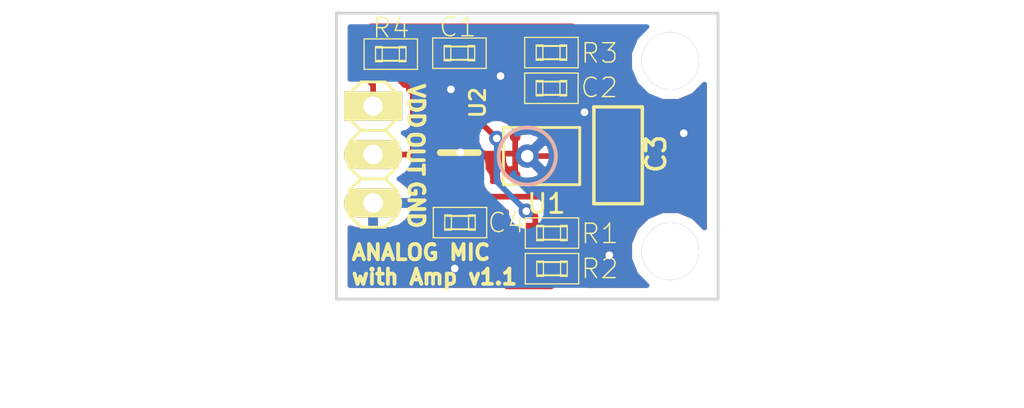
<source format=kicad_pcb>
(kicad_pcb (version 20171130) (host pcbnew "(5.0.2)-1")

  (general
    (thickness 1.6)
    (drawings 16)
    (tracks 128)
    (zones 0)
    (modules 13)
    (nets 8)
  )

  (page A4)
  (title_block
    (title "SPU0410LR5H Board (Analog MEMS MICROPHONE)")
    (date 2019-02-23)
    (rev v1.1)
    (company Crescent)
  )

  (layers
    (0 F.Cu signal)
    (31 B.Cu signal)
    (32 B.Adhes user)
    (33 F.Adhes user)
    (34 B.Paste user)
    (35 F.Paste user)
    (36 B.SilkS user)
    (37 F.SilkS user)
    (38 B.Mask user)
    (39 F.Mask user)
    (40 Dwgs.User user)
    (41 Cmts.User user)
    (42 Eco1.User user)
    (43 Eco2.User user)
    (44 Edge.Cuts user)
    (45 Margin user)
    (46 B.CrtYd user)
    (47 F.CrtYd user)
    (48 B.Fab user)
    (49 F.Fab user)
  )

  (setup
    (last_trace_width 0.3)
    (trace_clearance 0.2)
    (zone_clearance 0.508)
    (zone_45_only no)
    (trace_min 0.2)
    (segment_width 0.2)
    (edge_width 0.15)
    (via_size 0.8)
    (via_drill 0.4)
    (via_min_size 0.4)
    (via_min_drill 0.3)
    (uvia_size 0.3)
    (uvia_drill 0.1)
    (uvias_allowed no)
    (uvia_min_size 0.2)
    (uvia_min_drill 0.1)
    (pcb_text_width 0.3)
    (pcb_text_size 1.5 1.5)
    (mod_edge_width 0.15)
    (mod_text_size 1 1)
    (mod_text_width 0.15)
    (pad_size 1.224 1.224)
    (pad_drill 0.65)
    (pad_to_mask_clearance 0.2)
    (solder_mask_min_width 0.25)
    (aux_axis_origin 0 0)
    (visible_elements 7FFFFF7F)
    (pcbplotparams
      (layerselection 0x010fc_ffffffff)
      (usegerberextensions true)
      (usegerberattributes false)
      (usegerberadvancedattributes false)
      (creategerberjobfile false)
      (excludeedgelayer true)
      (linewidth 0.100000)
      (plotframeref false)
      (viasonmask false)
      (mode 1)
      (useauxorigin false)
      (hpglpennumber 1)
      (hpglpenspeed 20)
      (hpglpendiameter 15.000000)
      (psnegative false)
      (psa4output false)
      (plotreference true)
      (plotvalue true)
      (plotinvisibletext false)
      (padsonsilk false)
      (subtractmaskfromsilk false)
      (outputformat 1)
      (mirror false)
      (drillshape 0)
      (scaleselection 1)
      (outputdirectory "GERBER/"))
  )

  (net 0 "")
  (net 1 VDD)
  (net 2 GND)
  (net 3 "Net-(C1-Pad1)")
  (net 4 MOUT)
  (net 5 "Net-(C2-Pad1)")
  (net 6 SOUT)
  (net 7 "Net-(R3-Pad1)")

  (net_class Default "これは標準のネット クラスです。"
    (clearance 0.2)
    (trace_width 0.3)
    (via_dia 0.8)
    (via_drill 0.4)
    (uvia_dia 0.3)
    (uvia_drill 0.1)
    (add_net GND)
    (add_net MOUT)
    (add_net "Net-(C1-Pad1)")
    (add_net "Net-(C2-Pad1)")
    (add_net "Net-(R3-Pad1)")
    (add_net SOUT)
    (add_net VDD)
  )

  (module Mounting_Holes:MountingHole_3mm (layer F.Cu) (tedit 58F3573A) (tstamp 58F73DE3)
    (at 157.5 116.5)
    (descr "Mounting hole, Befestigungsbohrung, 3mm, No Annular, Kein Restring,")
    (tags "Mounting hole, Befestigungsbohrung, 3mm, No Annular, Kein Restring,")
    (fp_text reference REF2 (at 0 -4.0005) (layer F.SilkS) hide
      (effects (font (size 1 1) (thickness 0.15)))
    )
    (fp_text value MountingHole_3mm (at 1.00076 5.00126) (layer F.Fab) hide
      (effects (font (size 1 1) (thickness 0.15)))
    )
    (fp_circle (center 0 0) (end 3 0) (layer Cmts.User) (width 0.381))
    (pad 1 thru_hole circle (at 0 0) (size 3 3) (drill 3) (layers))
  )

  (module pin-head:pinhead-1X03 (layer F.Cu) (tedit 5C709D68) (tstamp 58F354ED)
    (at 141.92 111.42 270)
    (descr "PIN HEADER")
    (tags "PIN HEADER")
    (path /5C702AE8)
    (attr virtual)
    (fp_text reference P1 (at 4.48 -0.08 180) (layer F.SilkS) hide
      (effects (font (size 1 1) (thickness 0.1)))
    )
    (fp_text value Conn_01x03 (at 0 2.54 270) (layer F.SilkS) hide
      (effects (font (size 1.27 1.27) (thickness 0.1016)))
    )
    (fp_line (start -0.254 0.254) (end 0.254 0.254) (layer F.SilkS) (width 0.06604))
    (fp_line (start 0.254 0.254) (end 0.254 -0.254) (layer F.SilkS) (width 0.06604))
    (fp_line (start -0.254 -0.254) (end 0.254 -0.254) (layer F.SilkS) (width 0.06604))
    (fp_line (start -0.254 0.254) (end -0.254 -0.254) (layer F.SilkS) (width 0.06604))
    (fp_line (start -2.794 0.254) (end -2.286 0.254) (layer F.SilkS) (width 0.06604))
    (fp_line (start -2.286 0.254) (end -2.286 -0.254) (layer F.SilkS) (width 0.06604))
    (fp_line (start -2.794 -0.254) (end -2.286 -0.254) (layer F.SilkS) (width 0.06604))
    (fp_line (start -2.794 0.254) (end -2.794 -0.254) (layer F.SilkS) (width 0.06604))
    (fp_line (start 2.286 0.254) (end 2.794 0.254) (layer F.SilkS) (width 0.06604))
    (fp_line (start 2.794 0.254) (end 2.794 -0.254) (layer F.SilkS) (width 0.06604))
    (fp_line (start 2.286 -0.254) (end 2.794 -0.254) (layer F.SilkS) (width 0.06604))
    (fp_line (start 2.286 0.254) (end 2.286 -0.254) (layer F.SilkS) (width 0.06604))
    (fp_line (start -3.175 -1.27) (end -1.905 -1.27) (layer F.SilkS) (width 0.1524))
    (fp_line (start -1.905 -1.27) (end -1.27 -0.635) (layer F.SilkS) (width 0.1524))
    (fp_line (start -1.27 -0.635) (end -1.27 0.635) (layer F.SilkS) (width 0.1524))
    (fp_line (start -1.27 0.635) (end -1.905 1.27) (layer F.SilkS) (width 0.1524))
    (fp_line (start -1.27 -0.635) (end -0.635 -1.27) (layer F.SilkS) (width 0.1524))
    (fp_line (start -0.635 -1.27) (end 0.635 -1.27) (layer F.SilkS) (width 0.1524))
    (fp_line (start 0.635 -1.27) (end 1.27 -0.635) (layer F.SilkS) (width 0.1524))
    (fp_line (start 1.27 -0.635) (end 1.27 0.635) (layer F.SilkS) (width 0.1524))
    (fp_line (start 1.27 0.635) (end 0.635 1.27) (layer F.SilkS) (width 0.1524))
    (fp_line (start 0.635 1.27) (end -0.635 1.27) (layer F.SilkS) (width 0.1524))
    (fp_line (start -0.635 1.27) (end -1.27 0.635) (layer F.SilkS) (width 0.1524))
    (fp_line (start -3.81 -0.635) (end -3.81 0.635) (layer F.SilkS) (width 0.1524))
    (fp_line (start -3.175 -1.27) (end -3.81 -0.635) (layer F.SilkS) (width 0.1524))
    (fp_line (start -3.81 0.635) (end -3.175 1.27) (layer F.SilkS) (width 0.1524))
    (fp_line (start -1.905 1.27) (end -3.175 1.27) (layer F.SilkS) (width 0.1524))
    (fp_line (start 1.27 -0.635) (end 1.905 -1.27) (layer F.SilkS) (width 0.1524))
    (fp_line (start 1.905 -1.27) (end 3.175 -1.27) (layer F.SilkS) (width 0.1524))
    (fp_line (start 3.175 -1.27) (end 3.81 -0.635) (layer F.SilkS) (width 0.1524))
    (fp_line (start 3.81 -0.635) (end 3.81 0.635) (layer F.SilkS) (width 0.1524))
    (fp_line (start 3.81 0.635) (end 3.175 1.27) (layer F.SilkS) (width 0.1524))
    (fp_line (start 3.175 1.27) (end 1.905 1.27) (layer F.SilkS) (width 0.1524))
    (fp_line (start 1.905 1.27) (end 1.27 0.635) (layer F.SilkS) (width 0.1524))
    (pad 1 thru_hole rect (at -2.54 0 90) (size 1.524 3.048) (drill 1.016) (layers *.Cu *.Paste *.Mask F.SilkS)
      (net 1 VDD))
    (pad 2 thru_hole oval (at 0 0 90) (size 1.524 3.048) (drill 1.016) (layers *.Cu *.Paste *.Mask F.SilkS)
      (net 6 SOUT))
    (pad 3 thru_hole oval (at 2.54 0 90) (size 1.524 3.048) (drill 1.016) (layers *.Cu *.Paste *.Mask F.SilkS)
      (net 2 GND))
  )

  (module SPU0410LR5H:SPU0410LR5H (layer F.Cu) (tedit 5C709A9E) (tstamp 58F354F7)
    (at 150 111.5 270)
    (path /5C7024AA)
    (fp_text reference U1 (at 2.5 -1 180) (layer F.SilkS)
      (effects (font (size 1 1) (thickness 0.15)))
    )
    (fp_text value SPU0410LR5H (at 0.2 -7.6 270) (layer F.Fab) hide
      (effects (font (size 1 1) (thickness 0.15)))
    )
    (fp_line (start -1.5 -2.75) (end 1.5 -2.75) (layer F.SilkS) (width 0.15))
    (fp_line (start 1.5 -2.75) (end 1.5 1.25) (layer F.SilkS) (width 0.15))
    (fp_line (start 1.5 1.25) (end -1.5 1.25) (layer F.SilkS) (width 0.15))
    (fp_line (start -1.5 1.25) (end -1.5 -2.75) (layer F.SilkS) (width 0.15))
    (pad 3 smd circle (at 1.015 0.634 270) (size 0.562 0.562) (layers F.Cu F.Paste F.Mask)
      (net 2 GND))
    (pad 2 smd circle (at -1.015 0.634 270) (size 0.562 0.562) (layers F.Cu F.Paste F.Mask)
      (net 2 GND))
    (pad 4 smd circle (at 0.966 -2.103 270) (size 0.723 0.723) (layers F.Cu F.Paste F.Mask)
      (net 1 VDD))
    (pad 1 smd circle (at -0.966 -2.103 270) (size 0.723 0.723) (layers F.Cu F.Paste F.Mask)
      (net 4 MOUT))
    (pad 6 thru_hole circle (at 0 0 270) (size 1.224 1.224) (drill 0.65) (layers *.Cu F.Paste F.Mask)
      (net 2 GND))
    (pad 5 smd circle (at 0 -2.103 270) (size 0.612 0.612) (layers F.Cu F.Paste F.Mask)
      (net 2 GND))
  )

  (module Mounting_Holes:MountingHole_3mm (layer F.Cu) (tedit 58F35736) (tstamp 58F356F5)
    (at 157.5 106.5)
    (descr "Mounting hole, Befestigungsbohrung, 3mm, No Annular, Kein Restring,")
    (tags "Mounting hole, Befestigungsbohrung, 3mm, No Annular, Kein Restring,")
    (fp_text reference REF1 (at 0 -4.0005) (layer F.SilkS) hide
      (effects (font (size 1 1) (thickness 0.15)))
    )
    (fp_text value MountingHole_3mm (at 1.00076 5.00126) (layer F.Fab) hide
      (effects (font (size 1 1) (thickness 0.15)))
    )
    (fp_circle (center 0 0) (end 3 0) (layer Cmts.User) (width 0.381))
    (pad 1 thru_hole circle (at 0 0) (size 3 3) (drill 3) (layers))
  )

  (module generic:generic-SMD1608 (layer F.Cu) (tedit 5C702684) (tstamp 5C72D5BE)
    (at 151.264 107.94 180)
    (descr "1608M 0603")
    (tags "1608M 0603")
    (path /5C702E6F)
    (attr smd)
    (fp_text reference C2 (at -2.50624 0.03 180) (layer F.SilkS)
      (effects (font (size 1.016 1.016) (thickness 0.0762)))
    )
    (fp_text value 4.7u (at 2.2479 1.14046 180) (layer F.SilkS) hide
      (effects (font (size 1.016 1.016) (thickness 0.0762)))
    )
    (fp_line (start 0.7239 0.34798) (end -0.7239 0.34798) (layer F.SilkS) (width 0.1016))
    (fp_line (start -0.7239 -0.34798) (end 0.7239 -0.34798) (layer F.SilkS) (width 0.1016))
    (fp_line (start -1.39954 0.79756) (end -1.39954 -0.79756) (layer F.SilkS) (width 0.06604))
    (fp_line (start -1.39954 -0.79756) (end 1.39954 -0.79756) (layer F.SilkS) (width 0.06604))
    (fp_line (start 1.39954 0.79756) (end 1.39954 -0.79756) (layer F.SilkS) (width 0.06604))
    (fp_line (start -1.39954 0.79756) (end 1.39954 0.79756) (layer F.SilkS) (width 0.06604))
    (fp_line (start 0.44958 0.39878) (end 0.44958 -0.39878) (layer F.SilkS) (width 0.06604))
    (fp_line (start 0.44958 -0.39878) (end 0.79756 -0.39878) (layer F.SilkS) (width 0.06604))
    (fp_line (start 0.79756 0.39878) (end 0.79756 -0.39878) (layer F.SilkS) (width 0.06604))
    (fp_line (start 0.44958 0.39878) (end 0.79756 0.39878) (layer F.SilkS) (width 0.06604))
    (fp_line (start -0.79756 0.39878) (end -0.79756 -0.39878) (layer F.SilkS) (width 0.06604))
    (fp_line (start -0.79756 -0.39878) (end -0.44958 -0.39878) (layer F.SilkS) (width 0.06604))
    (fp_line (start -0.44958 0.39878) (end -0.44958 -0.39878) (layer F.SilkS) (width 0.06604))
    (fp_line (start -0.79756 0.39878) (end -0.44958 0.39878) (layer F.SilkS) (width 0.06604))
    (pad 2 smd rect (at 0.87376 0 180) (size 1.04902 1.0795) (layers F.Cu F.Paste F.Mask)
      (net 4 MOUT))
    (pad 1 smd rect (at -0.87376 0 180) (size 1.04902 1.0795) (layers F.Cu F.Paste F.Mask)
      (net 5 "Net-(C2-Pad1)"))
  )

  (module smt:C-1206 (layer F.Cu) (tedit 54F0A8D9) (tstamp 5C72D5D0)
    (at 154.76 111.46 90)
    (descr "1206 (3216 metric)")
    (tags "smt 1206")
    (path /5C7029DE)
    (fp_text reference C3 (at -1.02 2.58 90) (layer F.SilkS)
      (effects (font (size 1 1) (thickness 0.18)) (justify left bottom))
    )
    (fp_text value 0.1u (at 0 2.413 90) (layer F.SilkS) hide
      (effects (font (size 1 1) (thickness 0.18)))
    )
    (fp_line (start -1.524 -0.762) (end 1.524 -0.762) (layer Dwgs.User) (width 0.05))
    (fp_line (start 1.524 -0.762) (end 1.524 0.762) (layer Dwgs.User) (width 0.05))
    (fp_line (start 1.524 0.762) (end -1.524 0.762) (layer Dwgs.User) (width 0.05))
    (fp_line (start -1.524 0.762) (end -1.524 -0.762) (layer Dwgs.User) (width 0.05))
    (fp_line (start -2.54 -1.27) (end 2.54 -1.27) (layer F.CrtYd) (width 0.05))
    (fp_line (start 2.54 -1.27) (end 2.54 1.27) (layer F.CrtYd) (width 0.05))
    (fp_line (start 2.54 1.27) (end -2.54 1.27) (layer F.CrtYd) (width 0.05))
    (fp_line (start -2.54 1.27) (end -2.54 -1.27) (layer F.CrtYd) (width 0.05))
    (fp_line (start -2.54 1.27) (end 2.54 1.27) (layer F.SilkS) (width 0.18))
    (fp_line (start 2.54 1.27) (end 2.54 -1.27) (layer F.SilkS) (width 0.18))
    (fp_line (start 2.54 -1.27) (end -2.54 -1.27) (layer F.SilkS) (width 0.18))
    (fp_line (start -2.54 -1.27) (end -2.54 1.27) (layer F.SilkS) (width 0.18))
    (pad 1 smd rect (at -1.4 0 90) (size 1.6 1.8) (layers F.Cu F.Paste F.Mask)
      (net 1 VDD))
    (pad 2 smd rect (at 1.4 0 90) (size 1.6 1.8) (layers F.Cu F.Paste F.Mask)
      (net 2 GND))
    (model smt.pretty/C-1206.wrl
      (at (xyz 0 0 0))
      (scale (xyz 1 1 1))
      (rotate (xyz 0 0 0))
    )
  )

  (module generic:generic-SMD1608 (layer F.Cu) (tedit 5C702605) (tstamp 5C72D5E4)
    (at 146.474 114.99 180)
    (descr "1608M 0603")
    (tags "1608M 0603")
    (path /5C70345F)
    (attr smd)
    (fp_text reference C4 (at -2.426 -0.01 180) (layer F.SilkS)
      (effects (font (size 1.016 1.016) (thickness 0.0762)))
    )
    (fp_text value 0.1u (at 2.2479 1.14046 180) (layer F.SilkS) hide
      (effects (font (size 1.016 1.016) (thickness 0.0762)))
    )
    (fp_line (start 0.7239 0.34798) (end -0.7239 0.34798) (layer F.SilkS) (width 0.1016))
    (fp_line (start -0.7239 -0.34798) (end 0.7239 -0.34798) (layer F.SilkS) (width 0.1016))
    (fp_line (start -1.39954 0.79756) (end -1.39954 -0.79756) (layer F.SilkS) (width 0.06604))
    (fp_line (start -1.39954 -0.79756) (end 1.39954 -0.79756) (layer F.SilkS) (width 0.06604))
    (fp_line (start 1.39954 0.79756) (end 1.39954 -0.79756) (layer F.SilkS) (width 0.06604))
    (fp_line (start -1.39954 0.79756) (end 1.39954 0.79756) (layer F.SilkS) (width 0.06604))
    (fp_line (start 0.44958 0.39878) (end 0.44958 -0.39878) (layer F.SilkS) (width 0.06604))
    (fp_line (start 0.44958 -0.39878) (end 0.79756 -0.39878) (layer F.SilkS) (width 0.06604))
    (fp_line (start 0.79756 0.39878) (end 0.79756 -0.39878) (layer F.SilkS) (width 0.06604))
    (fp_line (start 0.44958 0.39878) (end 0.79756 0.39878) (layer F.SilkS) (width 0.06604))
    (fp_line (start -0.79756 0.39878) (end -0.79756 -0.39878) (layer F.SilkS) (width 0.06604))
    (fp_line (start -0.79756 -0.39878) (end -0.44958 -0.39878) (layer F.SilkS) (width 0.06604))
    (fp_line (start -0.44958 0.39878) (end -0.44958 -0.39878) (layer F.SilkS) (width 0.06604))
    (fp_line (start -0.79756 0.39878) (end -0.44958 0.39878) (layer F.SilkS) (width 0.06604))
    (pad 2 smd rect (at 0.87376 0 180) (size 1.04902 1.0795) (layers F.Cu F.Paste F.Mask)
      (net 2 GND))
    (pad 1 smd rect (at -0.87376 0 180) (size 1.04902 1.0795) (layers F.Cu F.Paste F.Mask)
      (net 1 VDD))
  )

  (module generic:generic-SMD1608 (layer F.Cu) (tedit 5C7026B2) (tstamp 5C72D5F8)
    (at 151.294 115.54)
    (descr "1608M 0603")
    (tags "1608M 0603")
    (path /5C7030F7)
    (attr smd)
    (fp_text reference R1 (at 2.50624 0.03) (layer F.SilkS)
      (effects (font (size 1.016 1.016) (thickness 0.0762)))
    )
    (fp_text value 10k (at 2.2479 1.14046) (layer F.SilkS) hide
      (effects (font (size 1.016 1.016) (thickness 0.0762)))
    )
    (fp_line (start -0.79756 0.39878) (end -0.44958 0.39878) (layer F.SilkS) (width 0.06604))
    (fp_line (start -0.44958 0.39878) (end -0.44958 -0.39878) (layer F.SilkS) (width 0.06604))
    (fp_line (start -0.79756 -0.39878) (end -0.44958 -0.39878) (layer F.SilkS) (width 0.06604))
    (fp_line (start -0.79756 0.39878) (end -0.79756 -0.39878) (layer F.SilkS) (width 0.06604))
    (fp_line (start 0.44958 0.39878) (end 0.79756 0.39878) (layer F.SilkS) (width 0.06604))
    (fp_line (start 0.79756 0.39878) (end 0.79756 -0.39878) (layer F.SilkS) (width 0.06604))
    (fp_line (start 0.44958 -0.39878) (end 0.79756 -0.39878) (layer F.SilkS) (width 0.06604))
    (fp_line (start 0.44958 0.39878) (end 0.44958 -0.39878) (layer F.SilkS) (width 0.06604))
    (fp_line (start -1.39954 0.79756) (end 1.39954 0.79756) (layer F.SilkS) (width 0.06604))
    (fp_line (start 1.39954 0.79756) (end 1.39954 -0.79756) (layer F.SilkS) (width 0.06604))
    (fp_line (start -1.39954 -0.79756) (end 1.39954 -0.79756) (layer F.SilkS) (width 0.06604))
    (fp_line (start -1.39954 0.79756) (end -1.39954 -0.79756) (layer F.SilkS) (width 0.06604))
    (fp_line (start -0.7239 -0.34798) (end 0.7239 -0.34798) (layer F.SilkS) (width 0.1016))
    (fp_line (start 0.7239 0.34798) (end -0.7239 0.34798) (layer F.SilkS) (width 0.1016))
    (pad 1 smd rect (at -0.87376 0) (size 1.04902 1.0795) (layers F.Cu F.Paste F.Mask)
      (net 3 "Net-(C1-Pad1)"))
    (pad 2 smd rect (at 0.87376 0) (size 1.04902 1.0795) (layers F.Cu F.Paste F.Mask)
      (net 1 VDD))
  )

  (module generic:generic-SMD1608 (layer F.Cu) (tedit 5C7097F4) (tstamp 5C72D60C)
    (at 151.296 117.41 180)
    (descr "1608M 0603")
    (tags "1608M 0603")
    (path /5C703170)
    (attr smd)
    (fp_text reference R2 (at -2.50376 0 180) (layer F.SilkS)
      (effects (font (size 1.016 1.016) (thickness 0.0762)))
    )
    (fp_text value 10k (at 2.2479 1.14046 180) (layer F.SilkS) hide
      (effects (font (size 1.016 1.016) (thickness 0.0762)))
    )
    (fp_line (start 0.7239 0.34798) (end -0.7239 0.34798) (layer F.SilkS) (width 0.1016))
    (fp_line (start -0.7239 -0.34798) (end 0.7239 -0.34798) (layer F.SilkS) (width 0.1016))
    (fp_line (start -1.39954 0.79756) (end -1.39954 -0.79756) (layer F.SilkS) (width 0.06604))
    (fp_line (start -1.39954 -0.79756) (end 1.39954 -0.79756) (layer F.SilkS) (width 0.06604))
    (fp_line (start 1.39954 0.79756) (end 1.39954 -0.79756) (layer F.SilkS) (width 0.06604))
    (fp_line (start -1.39954 0.79756) (end 1.39954 0.79756) (layer F.SilkS) (width 0.06604))
    (fp_line (start 0.44958 0.39878) (end 0.44958 -0.39878) (layer F.SilkS) (width 0.06604))
    (fp_line (start 0.44958 -0.39878) (end 0.79756 -0.39878) (layer F.SilkS) (width 0.06604))
    (fp_line (start 0.79756 0.39878) (end 0.79756 -0.39878) (layer F.SilkS) (width 0.06604))
    (fp_line (start 0.44958 0.39878) (end 0.79756 0.39878) (layer F.SilkS) (width 0.06604))
    (fp_line (start -0.79756 0.39878) (end -0.79756 -0.39878) (layer F.SilkS) (width 0.06604))
    (fp_line (start -0.79756 -0.39878) (end -0.44958 -0.39878) (layer F.SilkS) (width 0.06604))
    (fp_line (start -0.44958 0.39878) (end -0.44958 -0.39878) (layer F.SilkS) (width 0.06604))
    (fp_line (start -0.79756 0.39878) (end -0.44958 0.39878) (layer F.SilkS) (width 0.06604))
    (pad 2 smd rect (at 0.87376 0 180) (size 1.04902 1.0795) (layers F.Cu F.Paste F.Mask)
      (net 3 "Net-(C1-Pad1)"))
    (pad 1 smd rect (at -0.87376 0 180) (size 1.04902 1.0795) (layers F.Cu F.Paste F.Mask)
      (net 2 GND))
  )

  (module generic:generic-SMD1608 (layer F.Cu) (tedit 5C7026B9) (tstamp 5C72D620)
    (at 151.266 106.07)
    (descr "1608M 0603")
    (tags "1608M 0603")
    (path /5C702A32)
    (attr smd)
    (fp_text reference R3 (at 2.52376 0.03) (layer F.SilkS)
      (effects (font (size 1.016 1.016) (thickness 0.0762)))
    )
    (fp_text value 10k (at 2.2479 1.14046) (layer F.SilkS) hide
      (effects (font (size 1.016 1.016) (thickness 0.0762)))
    )
    (fp_line (start -0.79756 0.39878) (end -0.44958 0.39878) (layer F.SilkS) (width 0.06604))
    (fp_line (start -0.44958 0.39878) (end -0.44958 -0.39878) (layer F.SilkS) (width 0.06604))
    (fp_line (start -0.79756 -0.39878) (end -0.44958 -0.39878) (layer F.SilkS) (width 0.06604))
    (fp_line (start -0.79756 0.39878) (end -0.79756 -0.39878) (layer F.SilkS) (width 0.06604))
    (fp_line (start 0.44958 0.39878) (end 0.79756 0.39878) (layer F.SilkS) (width 0.06604))
    (fp_line (start 0.79756 0.39878) (end 0.79756 -0.39878) (layer F.SilkS) (width 0.06604))
    (fp_line (start 0.44958 -0.39878) (end 0.79756 -0.39878) (layer F.SilkS) (width 0.06604))
    (fp_line (start 0.44958 0.39878) (end 0.44958 -0.39878) (layer F.SilkS) (width 0.06604))
    (fp_line (start -1.39954 0.79756) (end 1.39954 0.79756) (layer F.SilkS) (width 0.06604))
    (fp_line (start 1.39954 0.79756) (end 1.39954 -0.79756) (layer F.SilkS) (width 0.06604))
    (fp_line (start -1.39954 -0.79756) (end 1.39954 -0.79756) (layer F.SilkS) (width 0.06604))
    (fp_line (start -1.39954 0.79756) (end -1.39954 -0.79756) (layer F.SilkS) (width 0.06604))
    (fp_line (start -0.7239 -0.34798) (end 0.7239 -0.34798) (layer F.SilkS) (width 0.1016))
    (fp_line (start 0.7239 0.34798) (end -0.7239 0.34798) (layer F.SilkS) (width 0.1016))
    (pad 1 smd rect (at -0.87376 0) (size 1.04902 1.0795) (layers F.Cu F.Paste F.Mask)
      (net 7 "Net-(R3-Pad1)"))
    (pad 2 smd rect (at 0.87376 0) (size 1.04902 1.0795) (layers F.Cu F.Paste F.Mask)
      (net 5 "Net-(C2-Pad1)"))
  )

  (module generic:generic-SMD1608 (layer F.Cu) (tedit 5C7097F0) (tstamp 5C72D634)
    (at 142.846 106.15)
    (descr "1608M 0603")
    (tags "1608M 0603")
    (path /5C703243)
    (attr smd)
    (fp_text reference R4 (at 0.01376 -1.37) (layer F.SilkS)
      (effects (font (size 1.016 1.016) (thickness 0.0762)))
    )
    (fp_text value 500k (at 2.2479 1.14046) (layer F.SilkS) hide
      (effects (font (size 1.016 1.016) (thickness 0.0762)))
    )
    (fp_line (start -0.79756 0.39878) (end -0.44958 0.39878) (layer F.SilkS) (width 0.06604))
    (fp_line (start -0.44958 0.39878) (end -0.44958 -0.39878) (layer F.SilkS) (width 0.06604))
    (fp_line (start -0.79756 -0.39878) (end -0.44958 -0.39878) (layer F.SilkS) (width 0.06604))
    (fp_line (start -0.79756 0.39878) (end -0.79756 -0.39878) (layer F.SilkS) (width 0.06604))
    (fp_line (start 0.44958 0.39878) (end 0.79756 0.39878) (layer F.SilkS) (width 0.06604))
    (fp_line (start 0.79756 0.39878) (end 0.79756 -0.39878) (layer F.SilkS) (width 0.06604))
    (fp_line (start 0.44958 -0.39878) (end 0.79756 -0.39878) (layer F.SilkS) (width 0.06604))
    (fp_line (start 0.44958 0.39878) (end 0.44958 -0.39878) (layer F.SilkS) (width 0.06604))
    (fp_line (start -1.39954 0.79756) (end 1.39954 0.79756) (layer F.SilkS) (width 0.06604))
    (fp_line (start 1.39954 0.79756) (end 1.39954 -0.79756) (layer F.SilkS) (width 0.06604))
    (fp_line (start -1.39954 -0.79756) (end 1.39954 -0.79756) (layer F.SilkS) (width 0.06604))
    (fp_line (start -1.39954 0.79756) (end -1.39954 -0.79756) (layer F.SilkS) (width 0.06604))
    (fp_line (start -0.7239 -0.34798) (end 0.7239 -0.34798) (layer F.SilkS) (width 0.1016))
    (fp_line (start 0.7239 0.34798) (end -0.7239 0.34798) (layer F.SilkS) (width 0.1016))
    (pad 1 smd rect (at -0.87376 0) (size 1.04902 1.0795) (layers F.Cu F.Paste F.Mask)
      (net 6 SOUT))
    (pad 2 smd rect (at 0.87376 0) (size 1.04902 1.0795) (layers F.Cu F.Paste F.Mask)
      (net 7 "Net-(R3-Pad1)"))
  )

  (module generic:generic-SMD1608 (layer F.Cu) (tedit 5C7097EC) (tstamp 5C72D7A4)
    (at 146.444 106.1 180)
    (descr "1608M 0603")
    (tags "1608M 0603")
    (path /5C7031E6)
    (attr smd)
    (fp_text reference C1 (at 0.08376 1.38 180) (layer F.SilkS)
      (effects (font (size 1.016 1.016) (thickness 0.0762)))
    )
    (fp_text value 4.7u (at 2.2479 1.14046 180) (layer F.SilkS) hide
      (effects (font (size 1.016 1.016) (thickness 0.0762)))
    )
    (fp_line (start -0.79756 0.39878) (end -0.44958 0.39878) (layer F.SilkS) (width 0.06604))
    (fp_line (start -0.44958 0.39878) (end -0.44958 -0.39878) (layer F.SilkS) (width 0.06604))
    (fp_line (start -0.79756 -0.39878) (end -0.44958 -0.39878) (layer F.SilkS) (width 0.06604))
    (fp_line (start -0.79756 0.39878) (end -0.79756 -0.39878) (layer F.SilkS) (width 0.06604))
    (fp_line (start 0.44958 0.39878) (end 0.79756 0.39878) (layer F.SilkS) (width 0.06604))
    (fp_line (start 0.79756 0.39878) (end 0.79756 -0.39878) (layer F.SilkS) (width 0.06604))
    (fp_line (start 0.44958 -0.39878) (end 0.79756 -0.39878) (layer F.SilkS) (width 0.06604))
    (fp_line (start 0.44958 0.39878) (end 0.44958 -0.39878) (layer F.SilkS) (width 0.06604))
    (fp_line (start -1.39954 0.79756) (end 1.39954 0.79756) (layer F.SilkS) (width 0.06604))
    (fp_line (start 1.39954 0.79756) (end 1.39954 -0.79756) (layer F.SilkS) (width 0.06604))
    (fp_line (start -1.39954 -0.79756) (end 1.39954 -0.79756) (layer F.SilkS) (width 0.06604))
    (fp_line (start -1.39954 0.79756) (end -1.39954 -0.79756) (layer F.SilkS) (width 0.06604))
    (fp_line (start -0.7239 -0.34798) (end 0.7239 -0.34798) (layer F.SilkS) (width 0.1016))
    (fp_line (start 0.7239 0.34798) (end -0.7239 0.34798) (layer F.SilkS) (width 0.1016))
    (pad 1 smd rect (at -0.87376 0 180) (size 1.04902 1.0795) (layers F.Cu F.Paste F.Mask)
      (net 3 "Net-(C1-Pad1)"))
    (pad 2 smd rect (at 0.87376 0 180) (size 1.04902 1.0795) (layers F.Cu F.Paste F.Mask)
      (net 2 GND))
  )

  (module smd-semi:SC-70-5 (layer F.Cu) (tedit 54CBD916) (tstamp 5C72E9E3)
    (at 146.44 111.32 270)
    (path /5C702162)
    (attr smd)
    (fp_text reference U2 (at -2.62 -0.96 270) (layer F.SilkS)
      (effects (font (size 0.8 0.8) (thickness 0.15)))
    )
    (fp_text value LM321 (at 0 0 270) (layer F.Fab)
      (effects (font (size 0.8 0.8) (thickness 0.15)))
    )
    (fp_line (start 1.5 -1.25) (end -1.5 -1.25) (layer F.Fab) (width 0.15))
    (fp_line (start -1.5 -1.25) (end -1.5 1.25) (layer F.Fab) (width 0.15))
    (fp_line (start -1.5 1.25) (end 1.5 1.25) (layer F.Fab) (width 0.15))
    (fp_line (start 1.5 1.25) (end 1.5 -1.25) (layer F.Fab) (width 0.15))
    (fp_line (start 1.75 -1.5) (end -1.75 -1.5) (layer F.CrtYd) (width 0.15))
    (fp_line (start -1.75 -1.5) (end -1.75 1.5) (layer F.CrtYd) (width 0.15))
    (fp_line (start -1.75 1.5) (end 1.75 1.5) (layer F.CrtYd) (width 0.15))
    (fp_line (start 1.75 1.5) (end 1.75 -1.5) (layer F.CrtYd) (width 0.15))
    (fp_line (start 0 -1) (end 0 1) (layer F.SilkS) (width 0.35))
    (pad 1 smd rect (at -0.95 -0.65 90) (size 0.75 0.4) (layers F.Cu F.Paste F.Mask)
      (net 3 "Net-(C1-Pad1)"))
    (pad 3 smd rect (at -0.95 0.65 90) (size 0.75 0.4) (layers F.Cu F.Paste F.Mask)
      (net 7 "Net-(R3-Pad1)"))
    (pad 2 smd rect (at -0.95 0 90) (size 0.75 0.4) (layers F.Cu F.Paste F.Mask)
      (net 2 GND))
    (pad 4 smd rect (at 0.95 0.65 90) (size 0.75 0.4) (layers F.Cu F.Paste F.Mask)
      (net 6 SOUT))
    (pad 5 smd rect (at 0.95 -0.65 90) (size 0.75 0.4) (layers F.Cu F.Paste F.Mask)
      (net 1 VDD))
    (model smd_trans/sc70-5.wrl
      (at (xyz 0 0 0))
      (scale (xyz 1 1 1))
      (rotate (xyz 0 0 90))
    )
  )

  (gr_circle (center 150 111.5) (end 148.5 111.5) (layer B.SilkS) (width 0.2))
  (dimension 10 (width 0.3) (layer Eco2.User)
    (gr_text "10.000 mm" (at 145 121.85) (layer Eco2.User)
      (effects (font (size 1.5 1.5) (thickness 0.3)))
    )
    (feature1 (pts (xy 140 111.5) (xy 140 123.2)))
    (feature2 (pts (xy 150 111.5) (xy 150 123.2)))
    (crossbar (pts (xy 150 120.5) (xy 140 120.5)))
    (arrow1a (pts (xy 140 120.5) (xy 141.126504 119.913579)))
    (arrow1b (pts (xy 140 120.5) (xy 141.126504 121.086421)))
    (arrow2a (pts (xy 150 120.5) (xy 148.873496 119.913579)))
    (arrow2b (pts (xy 150 120.5) (xy 148.873496 121.086421)))
  )
  (dimension 7.5 (width 0.3) (layer Eco2.User)
    (gr_text "7.500 mm" (at 173.35 115.25 270) (layer Eco2.User)
      (effects (font (size 1.5 1.5) (thickness 0.3)))
    )
    (feature1 (pts (xy 150 119) (xy 174.7 119)))
    (feature2 (pts (xy 150 111.5) (xy 174.7 111.5)))
    (crossbar (pts (xy 172 111.5) (xy 172 119)))
    (arrow1a (pts (xy 172 119) (xy 171.413579 117.873496)))
    (arrow1b (pts (xy 172 119) (xy 172.586421 117.873496)))
    (arrow2a (pts (xy 172 111.5) (xy 171.413579 112.626504)))
    (arrow2b (pts (xy 172 111.5) (xy 172.586421 112.626504)))
  )
  (dimension 10 (width 0.3) (layer Eco2.User)
    (gr_text "10.000 mm" (at 167.35 111.5 270) (layer Eco2.User)
      (effects (font (size 1.5 1.5) (thickness 0.3)))
    )
    (feature1 (pts (xy 157.5 116.5) (xy 168.7 116.5)))
    (feature2 (pts (xy 157.5 106.5) (xy 168.7 106.5)))
    (crossbar (pts (xy 166 106.5) (xy 166 116.5)))
    (arrow1a (pts (xy 166 116.5) (xy 165.413579 115.373496)))
    (arrow1b (pts (xy 166 116.5) (xy 166.586421 115.373496)))
    (arrow2a (pts (xy 166 106.5) (xy 165.413579 107.626504)))
    (arrow2b (pts (xy 166 106.5) (xy 166.586421 107.626504)))
  )
  (gr_text GND (at 144.17 114.05 270) (layer F.SilkS)
    (effects (font (size 0.8 0.8) (thickness 0.2)))
  )
  (gr_text OUT (at 144.14 111.37 270) (layer F.SilkS)
    (effects (font (size 0.8 0.8) (thickness 0.2)))
  )
  (gr_text VDD (at 144.17 108.88 270) (layer F.SilkS)
    (effects (font (size 0.8 0.8) (thickness 0.2)))
  )
  (gr_text "ANALOG MIC \nwith Amp v1.1" (at 140.7 117.2) (layer F.SilkS)
    (effects (font (size 0.8 0.8) (thickness 0.2)) (justify left))
  )
  (gr_line (start 150 106) (end 150 117) (angle 90) (layer Eco2.User) (width 0.2))
  (gr_line (start 155.5 111.5) (end 144.5 111.5) (angle 90) (layer Eco2.User) (width 0.2))
  (dimension 20 (width 0.3) (layer Eco2.User)
    (gr_text "20.000 mm" (at 150 125.35) (layer Eco2.User)
      (effects (font (size 1.5 1.5) (thickness 0.3)))
    )
    (feature1 (pts (xy 160 119) (xy 160 126.7)))
    (feature2 (pts (xy 140 119) (xy 140 126.7)))
    (crossbar (pts (xy 140 124) (xy 160 124)))
    (arrow1a (pts (xy 160 124) (xy 158.873496 124.586421)))
    (arrow1b (pts (xy 160 124) (xy 158.873496 123.413579)))
    (arrow2a (pts (xy 140 124) (xy 141.126504 124.586421)))
    (arrow2b (pts (xy 140 124) (xy 141.126504 123.413579)))
  )
  (dimension 15 (width 0.3) (layer Eco2.User)
    (gr_text "15.000 mm" (at 128.65 111.5 270) (layer Eco2.User)
      (effects (font (size 1.5 1.5) (thickness 0.3)))
    )
    (feature1 (pts (xy 140 119) (xy 127.3 119)))
    (feature2 (pts (xy 140 104) (xy 127.3 104)))
    (crossbar (pts (xy 130 104) (xy 130 119)))
    (arrow1a (pts (xy 130 119) (xy 129.413579 117.873496)))
    (arrow1b (pts (xy 130 119) (xy 130.586421 117.873496)))
    (arrow2a (pts (xy 130 104) (xy 129.413579 105.126504)))
    (arrow2b (pts (xy 130 104) (xy 130.586421 105.126504)))
  )
  (gr_line (start 140 119) (end 140 104) (angle 90) (layer Edge.Cuts) (width 0.15))
  (gr_line (start 160 119) (end 140 119) (angle 90) (layer Edge.Cuts) (width 0.15))
  (gr_line (start 160 104) (end 160 119) (angle 90) (layer Edge.Cuts) (width 0.15))
  (gr_line (start 140 104) (end 160 104) (angle 90) (layer Edge.Cuts) (width 0.15))

  (segment (start 141.92 108.88) (end 141.92 107.7677) (width 0.3) (layer F.Cu) (net 1))
  (segment (start 154.5169 112.86) (end 156.0104 111.3665) (width 0.3) (layer F.Cu) (net 1))
  (segment (start 156.0104 111.3665) (end 156.0104 108.3642) (width 0.3) (layer F.Cu) (net 1))
  (segment (start 156.0104 108.3642) (end 152.3387 104.6925) (width 0.3) (layer F.Cu) (net 1))
  (segment (start 152.3387 104.6925) (end 141.828 104.6925) (width 0.3) (layer F.Cu) (net 1))
  (segment (start 141.828 104.6925) (end 141.0973 105.4232) (width 0.3) (layer F.Cu) (net 1))
  (segment (start 141.0973 105.4232) (end 141.0973 106.945) (width 0.3) (layer F.Cu) (net 1))
  (segment (start 141.0973 106.945) (end 141.92 107.7677) (width 0.3) (layer F.Cu) (net 1))
  (segment (start 154.76 112.86) (end 154.5169 112.86) (width 0.3) (layer F.Cu) (net 1))
  (segment (start 154.1349 112.86) (end 153.5097 112.86) (width 0.3) (layer F.Cu) (net 1))
  (segment (start 154.1349 112.86) (end 154.5169 112.86) (width 0.3) (layer F.Cu) (net 1))
  (segment (start 147.39 113.6305) (end 147.39 112.72) (width 0.3) (layer F.Cu) (net 1))
  (segment (start 152.103 112.86) (end 152.103 112.466) (width 0.3) (layer F.Cu) (net 1))
  (segment (start 152.103 113.6305) (end 152.103 112.86) (width 0.3) (layer F.Cu) (net 1))
  (segment (start 152.103 112.86) (end 153.5097 112.86) (width 0.3) (layer F.Cu) (net 1))
  (segment (start 147.3478 114.1) (end 147.39 114.0578) (width 0.3) (layer F.Cu) (net 1))
  (segment (start 147.39 114.0578) (end 147.39 113.6305) (width 0.3) (layer F.Cu) (net 1))
  (segment (start 147.39 113.6305) (end 152.103 113.6305) (width 0.3) (layer F.Cu) (net 1))
  (segment (start 152.1678 114.6499) (end 152.1678 113.6953) (width 0.3) (layer F.Cu) (net 1))
  (segment (start 152.1678 113.6953) (end 152.103 113.6305) (width 0.3) (layer F.Cu) (net 1))
  (segment (start 147.3478 114.99) (end 147.3478 114.1) (width 0.3) (layer F.Cu) (net 1))
  (segment (start 152.1678 115.54) (end 152.1678 114.6499) (width 0.3) (layer F.Cu) (net 1))
  (segment (start 147.09 112.42) (end 147.39 112.72) (width 0.3) (layer F.Cu) (net 1))
  (segment (start 147.09 112.27) (end 147.09 112.42) (width 0.3) (layer F.Cu) (net 1))
  (segment (start 146.9406 111.3709) (end 149.366 111.3709) (width 0.3) (layer F.Cu) (net 2))
  (segment (start 149.366 111.3709) (end 149.366 110.485) (width 0.3) (layer F.Cu) (net 2))
  (segment (start 149.366 111.5) (end 149.366 111.3709) (width 0.3) (layer F.Cu) (net 2))
  (segment (start 149.366 111.5) (end 150 111.5) (width 0.3) (layer F.Cu) (net 2))
  (segment (start 149.366 111.5) (end 149.366 112.515) (width 0.3) (layer F.Cu) (net 2))
  (segment (start 145.5702 106.9901) (end 146.44 107.8599) (width 0.3) (layer F.Cu) (net 2))
  (segment (start 146.44 107.8599) (end 146.44 109.92) (width 0.3) (layer F.Cu) (net 2))
  (segment (start 154.76 110.06) (end 154.76 111.2103) (width 0.3) (layer F.Cu) (net 2))
  (segment (start 152.103 111.5) (end 154.4703 111.5) (width 0.3) (layer F.Cu) (net 2))
  (segment (start 154.4703 111.5) (end 154.76 111.2103) (width 0.3) (layer F.Cu) (net 2))
  (segment (start 150 111.5) (end 152.103 111.5) (width 0.3) (layer F.Cu) (net 2))
  (segment (start 152.1698 117.41) (end 151.2424 118.3374) (width 0.3) (layer F.Cu) (net 2))
  (segment (start 151.2424 118.3374) (end 148.9476 118.3374) (width 0.3) (layer F.Cu) (net 2))
  (segment (start 141.92 113.96) (end 143.7943 113.96) (width 0.3) (layer F.Cu) (net 2))
  (segment (start 145.6002 114.99) (end 144.7254 114.99) (width 0.3) (layer F.Cu) (net 2))
  (segment (start 143.7943 113.96) (end 143.7943 114.0589) (width 0.3) (layer F.Cu) (net 2))
  (segment (start 143.7943 114.0589) (end 144.7254 114.99) (width 0.3) (layer F.Cu) (net 2))
  (segment (start 145.5702 106.1) (end 145.5702 106.9901) (width 0.3) (layer F.Cu) (net 2))
  (via (at 146 108) (size 0.8) (drill 0.4) (layers F.Cu B.Cu) (net 2))
  (segment (start 145.57024 106.1) (end 145.57024 107.57024) (width 0.3) (layer F.Cu) (net 2))
  (segment (start 145.57024 107.57024) (end 146 108) (width 0.3) (layer F.Cu) (net 2))
  (segment (start 149.366 110.485) (end 150 109.851) (width 0.3) (layer F.Cu) (net 2))
  (segment (start 150 109.851) (end 150 109.7) (width 0.3) (layer F.Cu) (net 2))
  (via (at 148.6 107.3) (size 0.8) (drill 0.4) (layers F.Cu B.Cu) (net 2))
  (segment (start 150 109.7) (end 148.6 108.3) (width 0.3) (layer F.Cu) (net 2))
  (segment (start 148.6 108.3) (end 148.6 107.3) (width 0.3) (layer F.Cu) (net 2))
  (segment (start 154.76 110.06) (end 153.36 110.06) (width 0.3) (layer F.Cu) (net 2))
  (via (at 153 109.2) (size 0.8) (drill 0.4) (layers F.Cu B.Cu) (net 2))
  (segment (start 153.36 110.06) (end 153 109.7) (width 0.3) (layer F.Cu) (net 2))
  (segment (start 153 109.7) (end 153 109.2) (width 0.3) (layer F.Cu) (net 2))
  (via (at 158.2 110.3) (size 0.8) (drill 0.4) (layers F.Cu B.Cu) (net 2))
  (segment (start 153 109.2) (end 157.1 109.2) (width 0.3) (layer B.Cu) (net 2))
  (segment (start 157.1 109.2) (end 158.2 110.3) (width 0.3) (layer B.Cu) (net 2))
  (segment (start 158.2 110.3) (end 158.2 112.2) (width 0.3) (layer F.Cu) (net 2))
  (via (at 154.3 116.7) (size 0.8) (drill 0.4) (layers F.Cu B.Cu) (net 2))
  (segment (start 158.2 112.2) (end 154.3 116.1) (width 0.3) (layer F.Cu) (net 2))
  (segment (start 154.3 116.1) (end 154.3 116.7) (width 0.3) (layer F.Cu) (net 2))
  (segment (start 145.60024 115.00524) (end 145.8 115.205) (width 0.3) (layer F.Cu) (net 2))
  (segment (start 145.60024 114.99) (end 145.60024 115.00524) (width 0.3) (layer F.Cu) (net 2))
  (segment (start 145.60024 114.99) (end 145.60024 117.39976) (width 0.3) (layer F.Cu) (net 2))
  (segment (start 145.60024 114.99) (end 145.60024 117.20024) (width 0.3) (layer F.Cu) (net 2))
  (via (at 146.2 117.4) (size 0.8) (drill 0.4) (layers F.Cu B.Cu) (net 2))
  (segment (start 147.1 116.5) (end 146.2 117.4) (width 0.3) (layer F.Cu) (net 2))
  (segment (start 147.1 116.4898) (end 147.1 116.5) (width 0.3) (layer F.Cu) (net 2))
  (segment (start 148.9476 118.3374) (end 147.1 116.4898) (width 0.3) (layer F.Cu) (net 2))
  (via (at 146.5 111.3) (size 0.8) (drill 0.4) (layers F.Cu B.Cu) (net 2))
  (segment (start 146.44 109.92) (end 146.44 111.24) (width 0.3) (layer F.Cu) (net 2))
  (segment (start 146.44 111.24) (end 146.5 111.3) (width 0.3) (layer F.Cu) (net 2))
  (segment (start 145.6002 116.2002) (end 145.6002 114.99) (width 0.3) (layer F.Cu) (net 2))
  (segment (start 147.1 116.4898) (end 145.8898 116.4898) (width 0.3) (layer F.Cu) (net 2))
  (segment (start 145.8898 116.4898) (end 145.6002 116.2002) (width 0.3) (layer F.Cu) (net 2))
  (segment (start 145.6002 114.1) (end 145.6002 114.99) (width 0.3) (layer F.Cu) (net 2))
  (segment (start 146.4729 113.2273) (end 145.6002 114.1) (width 0.3) (layer F.Cu) (net 2))
  (segment (start 146.9406 111.3709) (end 146.4729 111.3709) (width 0.3) (layer F.Cu) (net 2))
  (segment (start 146.4729 111.3709) (end 146.4729 113.2273) (width 0.3) (layer F.Cu) (net 2))
  (segment (start 146.5709 111.3709) (end 146.9406 111.3709) (width 0.3) (layer F.Cu) (net 2))
  (segment (start 146.44 111.24) (end 146.5709 111.3709) (width 0.3) (layer F.Cu) (net 2))
  (segment (start 150.4202 115.54) (end 150.4202 114.6499) (width 0.3) (layer F.Cu) (net 3))
  (segment (start 149.9479 114.3903) (end 150.2075 114.6499) (width 0.3) (layer F.Cu) (net 3))
  (segment (start 150.2075 114.6499) (end 150.4202 114.6499) (width 0.3) (layer F.Cu) (net 3))
  (segment (start 148.4 110.5716) (end 148.4 112.8424) (width 0.3) (layer B.Cu) (net 3))
  (segment (start 148.4 112.8424) (end 149.9479 114.3903) (width 0.3) (layer B.Cu) (net 3))
  (segment (start 147.39 109.92) (end 147.7484 109.92) (width 0.3) (layer F.Cu) (net 3))
  (segment (start 147.7484 109.92) (end 148.4 110.5716) (width 0.3) (layer F.Cu) (net 3))
  (segment (start 147.3178 106.9901) (end 147.39 107.0623) (width 0.3) (layer F.Cu) (net 3))
  (segment (start 147.39 107.0623) (end 147.39 109.92) (width 0.3) (layer F.Cu) (net 3))
  (segment (start 147.3178 106.1) (end 147.3178 106.9901) (width 0.3) (layer F.Cu) (net 3))
  (segment (start 150.4222 117.41) (end 150.4222 116.52) (width 0.3) (layer F.Cu) (net 3))
  (segment (start 150.4202 115.54) (end 150.4202 116.518) (width 0.3) (layer F.Cu) (net 3))
  (segment (start 150.4202 116.518) (end 150.4222 116.52) (width 0.3) (layer F.Cu) (net 3))
  (via (at 149.9479 114.3903) (size 0.8) (layers F.Cu B.Cu) (net 3))
  (via (at 148.4 110.5716) (size 0.8) (layers F.Cu B.Cu) (net 3))
  (segment (start 147.39 110.07) (end 147.09 110.37) (width 0.3) (layer F.Cu) (net 3))
  (segment (start 147.39 109.92) (end 147.39 110.07) (width 0.3) (layer F.Cu) (net 3))
  (segment (start 150.3902 107.94) (end 150.3902 108.8301) (width 0.3) (layer F.Cu) (net 4))
  (segment (start 150.3902 108.8301) (end 150.3991 108.8301) (width 0.3) (layer F.Cu) (net 4))
  (segment (start 150.3991 108.8301) (end 152.103 110.534) (width 0.3) (layer F.Cu) (net 4))
  (segment (start 152.1378 107.94) (end 152.1378 107.05) (width 0.3) (layer F.Cu) (net 5))
  (segment (start 152.1398 106.07) (end 152.1398 107.048) (width 0.3) (layer F.Cu) (net 5))
  (segment (start 152.1398 107.048) (end 152.1378 107.05) (width 0.3) (layer F.Cu) (net 5))
  (segment (start 141.92 111.42) (end 143.7943 111.42) (width 0.3) (layer F.Cu) (net 6))
  (segment (start 145.49 111.7697) (end 144.144 111.7697) (width 0.3) (layer F.Cu) (net 6))
  (segment (start 144.144 111.7697) (end 143.7943 111.42) (width 0.3) (layer F.Cu) (net 6))
  (segment (start 144 111.2143) (end 143.7943 111.42) (width 0.3) (layer F.Cu) (net 6))
  (segment (start 144 108.2) (end 144 111.2143) (width 0.3) (layer F.Cu) (net 6))
  (segment (start 141.9722 106.15) (end 141.9722 106.1722) (width 0.3) (layer F.Cu) (net 6))
  (segment (start 143.567999 107.767999) (end 143.724001 107.767999) (width 0.3) (layer F.Cu) (net 6))
  (segment (start 143.724001 107.767999) (end 143.794001 107.837999) (width 0.3) (layer F.Cu) (net 6))
  (segment (start 143.794001 107.837999) (end 143.794001 107.994001) (width 0.3) (layer F.Cu) (net 6))
  (segment (start 141.9722 106.1722) (end 143.567999 107.767999) (width 0.3) (layer F.Cu) (net 6))
  (segment (start 143.794001 107.994001) (end 144 108.2) (width 0.3) (layer F.Cu) (net 6))
  (segment (start 145.49 111.97) (end 145.79 112.27) (width 0.3) (layer F.Cu) (net 6))
  (segment (start 145.49 111.7697) (end 145.49 111.97) (width 0.3) (layer F.Cu) (net 6))
  (segment (start 150.3922 106.07) (end 149.5174 106.07) (width 0.3) (layer F.Cu) (net 7))
  (segment (start 144.1572 106.15) (end 144.1572 105.9329) (width 0.3) (layer F.Cu) (net 7))
  (segment (start 144.1572 105.9329) (end 144.8802 105.2099) (width 0.3) (layer F.Cu) (net 7))
  (segment (start 144.8802 105.2099) (end 148.6573 105.2099) (width 0.3) (layer F.Cu) (net 7))
  (segment (start 148.6573 105.2099) (end 149.5174 106.07) (width 0.3) (layer F.Cu) (net 7))
  (segment (start 143.7198 106.15) (end 144.1572 106.15) (width 0.3) (layer F.Cu) (net 7))
  (segment (start 145.49 110.07) (end 145.79 110.37) (width 0.3) (layer F.Cu) (net 7))
  (segment (start 145.49 108.9697) (end 145.49 110.07) (width 0.3) (layer F.Cu) (net 7))
  (segment (start 144.5946 108.0743) (end 145.49 108.9697) (width 0.3) (layer F.Cu) (net 7))
  (segment (start 144.1572 106.15) (end 144.5946 106.15) (width 0.3) (layer F.Cu) (net 7))
  (segment (start 144.5946 106.15) (end 144.5946 108.0743) (width 0.3) (layer F.Cu) (net 7))

  (zone (net 2) (net_name GND) (layer F.Cu) (tstamp 5C72E996) (hatch edge 0.508)
    (connect_pads (clearance 0.508))
    (min_thickness 0.254)
    (fill yes (arc_segments 16) (thermal_gap 0.508) (thermal_bridge_width 0.508))
    (polygon
      (pts
        (xy 140 104) (xy 160 104) (xy 160 119) (xy 140 119)
      )
    )
    (filled_polygon
      (pts
        (xy 159.290001 115.270655) (xy 158.70938 114.690034) (xy 157.924678 114.365) (xy 157.075322 114.365) (xy 156.29062 114.690034)
        (xy 155.690034 115.29062) (xy 155.365 116.075322) (xy 155.365 116.924678) (xy 155.690034 117.70938) (xy 156.270654 118.29)
        (xy 153.240653 118.29) (xy 153.32927 118.07606) (xy 153.32927 117.69575) (xy 153.17052 117.537) (xy 152.29676 117.537)
        (xy 152.29676 117.557) (xy 152.04276 117.557) (xy 152.04276 117.537) (xy 152.02276 117.537) (xy 152.02276 117.283)
        (xy 152.04276 117.283) (xy 152.04276 117.263) (xy 152.29676 117.263) (xy 152.29676 117.283) (xy 153.17052 117.283)
        (xy 153.32927 117.12425) (xy 153.32927 116.74394) (xy 153.232597 116.510551) (xy 153.193949 116.471903) (xy 153.290427 116.327515)
        (xy 153.33971 116.07975) (xy 153.33971 115.00025) (xy 153.290427 114.752485) (xy 153.150079 114.542441) (xy 152.9528 114.410622)
        (xy 152.9528 113.772611) (xy 152.968178 113.695299) (xy 152.958173 113.645) (xy 153.21256 113.645) (xy 153.21256 113.66)
        (xy 153.261843 113.907765) (xy 153.402191 114.117809) (xy 153.612235 114.258157) (xy 153.86 114.30744) (xy 155.66 114.30744)
        (xy 155.907765 114.258157) (xy 156.117809 114.117809) (xy 156.258157 113.907765) (xy 156.30744 113.66) (xy 156.30744 112.179618)
        (xy 156.510811 111.976247) (xy 156.576353 111.932453) (xy 156.620147 111.866911) (xy 156.620149 111.866909) (xy 156.749854 111.672792)
        (xy 156.751661 111.663709) (xy 156.7954 111.443816) (xy 156.7954 111.443812) (xy 156.810778 111.3665) (xy 156.7954 111.289188)
        (xy 156.7954 108.519053) (xy 157.075322 108.635) (xy 157.924678 108.635) (xy 158.70938 108.309966) (xy 159.29 107.729346)
      )
    )
    (filled_polygon
      (pts
        (xy 143.837708 112.509154) (xy 144.066684 112.5547) (xy 144.066688 112.5547) (xy 144.143999 112.570078) (xy 144.22131 112.5547)
        (xy 144.94256 112.5547) (xy 144.94256 112.645) (xy 144.991843 112.892765) (xy 145.132191 113.102809) (xy 145.342235 113.243157)
        (xy 145.59 113.29244) (xy 145.99 113.29244) (xy 146.237765 113.243157) (xy 146.44 113.108027) (xy 146.605 113.218277)
        (xy 146.605 113.553183) (xy 146.589621 113.6305) (xy 146.605 113.707815) (xy 146.605 113.810531) (xy 146.597608 113.847692)
        (xy 146.575485 113.852093) (xy 146.485047 113.912522) (xy 146.484448 113.911923) (xy 146.251059 113.81525) (xy 145.88599 113.81525)
        (xy 145.72724 113.974) (xy 145.72724 114.863) (xy 145.74724 114.863) (xy 145.74724 115.117) (xy 145.72724 115.117)
        (xy 145.72724 116.006) (xy 145.88599 116.16475) (xy 146.251059 116.16475) (xy 146.484448 116.068077) (xy 146.485047 116.067478)
        (xy 146.575485 116.127907) (xy 146.82325 116.17719) (xy 147.87227 116.17719) (xy 148.120035 116.127907) (xy 148.330079 115.987559)
        (xy 148.470427 115.777515) (xy 148.51971 115.52975) (xy 148.51971 114.45025) (xy 148.512798 114.4155) (xy 148.9129 114.4155)
        (xy 148.9129 114.596174) (xy 149.070469 114.97658) (xy 149.24829 115.154401) (xy 149.24829 116.07975) (xy 149.297573 116.327515)
        (xy 149.39712 116.476497) (xy 149.299573 116.622485) (xy 149.25029 116.87025) (xy 149.25029 117.94975) (xy 149.299573 118.197515)
        (xy 149.36137 118.29) (xy 140.71 118.29) (xy 140.71 115.262254) (xy 141.031 115.357) (xy 141.793 115.357)
        (xy 141.793 114.087) (xy 142.047 114.087) (xy 142.047 115.357) (xy 142.809 115.357) (xy 143.084275 115.27575)
        (xy 144.44073 115.27575) (xy 144.44073 115.65606) (xy 144.537403 115.889449) (xy 144.716032 116.068077) (xy 144.949421 116.16475)
        (xy 145.31449 116.16475) (xy 145.47324 116.006) (xy 145.47324 115.117) (xy 144.59948 115.117) (xy 144.44073 115.27575)
        (xy 143.084275 115.27575) (xy 143.333941 115.202059) (xy 143.75963 114.858026) (xy 144.02126 114.377277) (xy 144.032012 114.32394)
        (xy 144.44073 114.32394) (xy 144.44073 114.70425) (xy 144.59948 114.863) (xy 145.47324 114.863) (xy 145.47324 113.974)
        (xy 145.31449 113.81525) (xy 144.949421 113.81525) (xy 144.716032 113.911923) (xy 144.537403 114.090551) (xy 144.44073 114.32394)
        (xy 144.032012 114.32394) (xy 144.03622 114.30307) (xy 143.91372 114.087) (xy 142.047 114.087) (xy 141.793 114.087)
        (xy 141.773 114.087) (xy 141.773 113.833) (xy 141.793 113.833) (xy 141.793 113.813) (xy 142.047 113.813)
        (xy 142.047 113.833) (xy 143.91372 113.833) (xy 144.03622 113.61693) (xy 144.02126 113.542723) (xy 143.75963 113.061974)
        (xy 143.333941 112.717941) (xy 143.278511 112.70158) (xy 143.68918 112.42718) (xy 143.697158 112.415241)
      )
    )
    (filled_polygon
      (pts
        (xy 147.81372 111.449031) (xy 148.194126 111.6066) (xy 148.605874 111.6066) (xy 148.753461 111.545468) (xy 148.770371 111.823337)
        (xy 148.901887 112.140845) (xy 149.128556 112.191839) (xy 149.1755 112.144895) (xy 149.355105 112.3245) (xy 149.308161 112.371444)
        (xy 149.359155 112.598113) (xy 149.45704 112.63185) (xy 149.380143 112.708748) (xy 149.366 112.694605) (xy 149.351858 112.708748)
        (xy 149.172253 112.529143) (xy 149.186395 112.515) (xy 148.735457 112.064062) (xy 148.542791 112.073885) (xy 148.436647 112.422491)
        (xy 148.471987 112.785181) (xy 148.496972 112.8455) (xy 148.175 112.8455) (xy 148.175 112.797311) (xy 148.190378 112.719999)
        (xy 148.175 112.642687) (xy 148.175 112.642684) (xy 148.129454 112.413708) (xy 147.955953 112.154047) (xy 147.93744 112.141677)
        (xy 147.93744 111.895) (xy 147.888157 111.647235) (xy 147.747809 111.437191) (xy 147.572422 111.32) (xy 147.639721 111.275032)
      )
    )
    (filled_polygon
      (pts
        (xy 148.907653 106.570411) (xy 148.951447 106.635953) (xy 149.016989 106.679747) (xy 149.016991 106.679749) (xy 149.211108 106.809454)
        (xy 149.262028 106.819583) (xy 149.269573 106.857515) (xy 149.36712 107.003503) (xy 149.267573 107.152485) (xy 149.21829 107.40025)
        (xy 149.21829 108.47975) (xy 149.267573 108.727515) (xy 149.407921 108.937559) (xy 149.617965 109.077907) (xy 149.639984 109.082287)
        (xy 149.650746 109.136392) (xy 149.824247 109.396053) (xy 149.916614 109.457771) (xy 151.1065 110.647658) (xy 151.1065 110.732216)
        (xy 151.248979 111.076192) (xy 151.222956 111.160554) (xy 151.098113 110.859155) (xy 150.871444 110.808161) (xy 150.179605 111.5)
        (xy 150.871444 112.191839) (xy 151.098113 112.140845) (xy 151.205906 111.828096) (xy 151.247265 111.927946) (xy 151.1065 112.267784)
        (xy 151.1065 112.664216) (xy 151.18159 112.8455) (xy 150.222889 112.8455) (xy 150.256939 112.73367) (xy 150.323337 112.729629)
        (xy 150.640845 112.598113) (xy 150.691839 112.371444) (xy 150 111.679605) (xy 149.815881 111.863724) (xy 149.807115 111.691791)
        (xy 149.670271 111.650124) (xy 149.820395 111.5) (xy 149.806253 111.485858) (xy 149.985858 111.306253) (xy 150 111.320395)
        (xy 150.691839 110.628556) (xy 150.640845 110.401887) (xy 150.26564 110.272567) (xy 150.260013 110.214819) (xy 150.189209 110.043885)
        (xy 149.996543 110.034062) (xy 149.76565 110.264955) (xy 149.676663 110.270371) (xy 149.435 110.370471) (xy 149.435 110.365726)
        (xy 149.39712 110.274275) (xy 149.816938 109.854457) (xy 149.807115 109.661791) (xy 149.458509 109.555647) (xy 149.095819 109.590987)
        (xy 148.924885 109.661791) (xy 148.924538 109.668595) (xy 148.605874 109.5366) (xy 148.475157 109.5366) (xy 148.358149 109.419592)
        (xy 148.314353 109.354047) (xy 148.175 109.260934) (xy 148.175 107.181135) (xy 148.300079 107.097559) (xy 148.440427 106.887515)
        (xy 148.48971 106.63975) (xy 148.48971 106.152467)
      )
    )
    (filled_polygon
      (pts
        (xy 155.161042 108.625) (xy 155.04575 108.625) (xy 154.887 108.78375) (xy 154.887 109.933) (xy 154.907 109.933)
        (xy 154.907 110.187) (xy 154.887 110.187) (xy 154.887 110.207) (xy 154.633 110.207) (xy 154.633 110.187)
        (xy 153.38375 110.187) (xy 153.225 110.34575) (xy 153.225 110.986309) (xy 153.321673 111.219698) (xy 153.500301 111.398327)
        (xy 153.640209 111.456279) (xy 153.612235 111.461843) (xy 153.402191 111.602191) (xy 153.261843 111.812235) (xy 153.21256 112.06)
        (xy 153.21256 112.075) (xy 153.019646 112.075) (xy 152.957021 111.923808) (xy 153.057364 111.598514) (xy 153.022416 111.225796)
        (xy 152.958735 111.072054) (xy 153.0995 110.732216) (xy 153.0995 110.335784) (xy 152.947792 109.969528) (xy 152.667472 109.689208)
        (xy 152.301216 109.5375) (xy 152.216658 109.5375) (xy 151.812849 109.133691) (xy 153.225 109.133691) (xy 153.225 109.77425)
        (xy 153.38375 109.933) (xy 154.633 109.933) (xy 154.633 108.78375) (xy 154.47425 108.625) (xy 153.73369 108.625)
        (xy 153.500301 108.721673) (xy 153.321673 108.900302) (xy 153.225 109.133691) (xy 151.812849 109.133691) (xy 151.806348 109.12719)
        (xy 152.66227 109.12719) (xy 152.910035 109.077907) (xy 153.120079 108.937559) (xy 153.260427 108.727515) (xy 153.30971 108.47975)
        (xy 153.30971 107.40025) (xy 153.260427 107.152485) (xy 153.16288 107.006497) (xy 153.262427 106.857515) (xy 153.284183 106.74814)
      )
    )
    (filled_polygon
      (pts
        (xy 146.607578 111.32) (xy 146.44 111.431973) (xy 146.272422 111.32) (xy 146.44 111.208027)
      )
    )
    (filled_polygon
      (pts
        (xy 154.632998 111.41256) (xy 154.55669 111.41256) (xy 154.632998 111.336252)
      )
    )
    (filled_polygon
      (pts
        (xy 154.908746 111.357996) (xy 154.887002 111.37974) (xy 154.887002 111.336252)
      )
    )
    (filled_polygon
      (pts
        (xy 145.71724 106.227) (xy 145.69724 106.227) (xy 145.69724 107.116) (xy 145.85599 107.27475) (xy 146.221059 107.27475)
        (xy 146.454448 107.178077) (xy 146.455047 107.177478) (xy 146.545485 107.237907) (xy 146.567587 107.242303) (xy 146.578346 107.296391)
        (xy 146.605 107.336282) (xy 146.605001 109.421722) (xy 146.44 109.531973) (xy 146.275 109.421723) (xy 146.275 109.047012)
        (xy 146.290378 108.9697) (xy 146.275 108.892388) (xy 146.275 108.892384) (xy 146.229454 108.663408) (xy 146.210472 108.635)
        (xy 146.099749 108.469291) (xy 146.099747 108.469289) (xy 146.055953 108.403747) (xy 145.990411 108.359953) (xy 145.3796 107.749143)
        (xy 145.3796 107.17964) (xy 145.44324 107.116) (xy 145.44324 106.227) (xy 145.42324 106.227) (xy 145.42324 105.9949)
        (xy 145.71724 105.9949)
      )
    )
  )
  (zone (net 2) (net_name GND) (layer B.Cu) (tstamp 5C72E993) (hatch edge 0.508)
    (connect_pads (clearance 0.508))
    (min_thickness 0.254)
    (fill yes (arc_segments 16) (thermal_gap 0.508) (thermal_bridge_width 0.508))
    (polygon
      (pts
        (xy 140 104) (xy 160 104) (xy 160 119) (xy 140 119)
      )
    )
    (filled_polygon
      (pts
        (xy 155.690034 105.29062) (xy 155.365 106.075322) (xy 155.365 106.924678) (xy 155.690034 107.70938) (xy 156.29062 108.309966)
        (xy 157.075322 108.635) (xy 157.924678 108.635) (xy 158.70938 108.309966) (xy 159.29 107.729346) (xy 159.290001 115.270655)
        (xy 158.70938 114.690034) (xy 157.924678 114.365) (xy 157.075322 114.365) (xy 156.29062 114.690034) (xy 155.690034 115.29062)
        (xy 155.365 116.075322) (xy 155.365 116.924678) (xy 155.690034 117.70938) (xy 156.270654 118.29) (xy 140.71 118.29)
        (xy 140.71 115.262254) (xy 141.031 115.357) (xy 141.793 115.357) (xy 141.793 114.087) (xy 142.047 114.087)
        (xy 142.047 115.357) (xy 142.809 115.357) (xy 143.333941 115.202059) (xy 143.75963 114.858026) (xy 144.02126 114.377277)
        (xy 144.03622 114.30307) (xy 143.91372 114.087) (xy 142.047 114.087) (xy 141.793 114.087) (xy 141.773 114.087)
        (xy 141.773 113.833) (xy 141.793 113.833) (xy 141.793 113.813) (xy 142.047 113.813) (xy 142.047 113.833)
        (xy 143.91372 113.833) (xy 144.03622 113.61693) (xy 144.02126 113.542723) (xy 143.75963 113.061974) (xy 143.333941 112.717941)
        (xy 143.278511 112.70158) (xy 143.68918 112.42718) (xy 143.997944 111.965082) (xy 144.106368 111.42) (xy 143.997944 110.874918)
        (xy 143.68918 110.41282) (xy 143.618699 110.365726) (xy 147.365 110.365726) (xy 147.365 110.777474) (xy 147.522569 111.15788)
        (xy 147.615 111.250311) (xy 147.615001 112.765084) (xy 147.599622 112.8424) (xy 147.660546 113.148691) (xy 147.790251 113.342808)
        (xy 147.790254 113.342811) (xy 147.834048 113.408353) (xy 147.89959 113.452147) (xy 148.9129 114.465458) (xy 148.9129 114.596174)
        (xy 149.070469 114.97658) (xy 149.36162 115.267731) (xy 149.742026 115.4253) (xy 150.153774 115.4253) (xy 150.53418 115.267731)
        (xy 150.825331 114.97658) (xy 150.9829 114.596174) (xy 150.9829 114.184426) (xy 150.825331 113.80402) (xy 150.53418 113.512869)
        (xy 150.153774 113.3553) (xy 150.023058 113.3553) (xy 149.185 112.517243) (xy 149.185 112.479555) (xy 149.192526 112.487081)
        (xy 149.308161 112.371446) (xy 149.359155 112.598113) (xy 149.828166 112.759764) (xy 150.323337 112.729629) (xy 150.640845 112.598113)
        (xy 150.691839 112.371444) (xy 150 111.679605) (xy 149.985858 111.693748) (xy 149.806253 111.514143) (xy 149.820395 111.5)
        (xy 150.179605 111.5) (xy 150.871444 112.191839) (xy 151.098113 112.140845) (xy 151.259764 111.671834) (xy 151.229629 111.176663)
        (xy 151.098113 110.859155) (xy 150.871444 110.808161) (xy 150.179605 111.5) (xy 149.820395 111.5) (xy 149.806253 111.485858)
        (xy 149.985858 111.306253) (xy 150 111.320395) (xy 150.691839 110.628556) (xy 150.640845 110.401887) (xy 150.171834 110.240236)
        (xy 149.676663 110.270371) (xy 149.435 110.370471) (xy 149.435 110.365726) (xy 149.277431 109.98532) (xy 148.98628 109.694169)
        (xy 148.605874 109.5366) (xy 148.194126 109.5366) (xy 147.81372 109.694169) (xy 147.522569 109.98532) (xy 147.365 110.365726)
        (xy 143.618699 110.365726) (xy 143.490643 110.280162) (xy 143.691765 110.240157) (xy 143.901809 110.099809) (xy 144.042157 109.889765)
        (xy 144.09144 109.642) (xy 144.09144 108.118) (xy 144.042157 107.870235) (xy 143.901809 107.660191) (xy 143.691765 107.519843)
        (xy 143.444 107.47056) (xy 140.71 107.47056) (xy 140.71 104.71) (xy 156.270654 104.71)
      )
    )
  )
)

</source>
